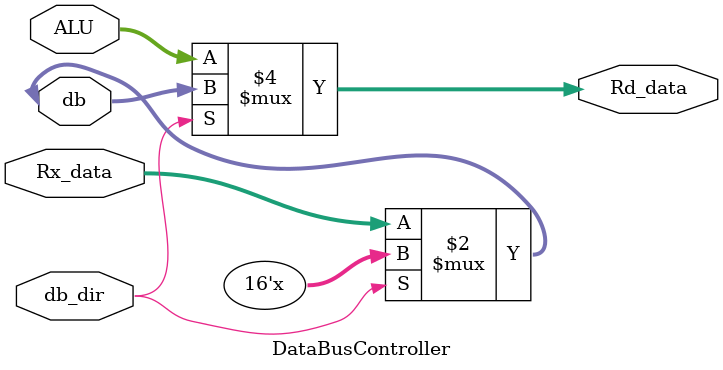
<source format=v>
module DataBusController(
	inout [15:0] db,
	input [15:0] ALU,
	input [15:0] Rx_data,
	input db_dir,
	
	output [15:0] Rd_data
	);
	
	assign db = (db_dir == 0) ? Rx_data : 16'hZ;
	assign Rd_data = (db_dir == 0) ? ALU : db;
	
endmodule
</source>
